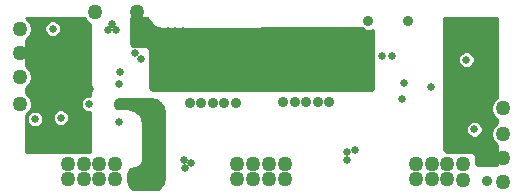
<source format=gbr>
G04 #@! TF.GenerationSoftware,KiCad,Pcbnew,(5.0.0)*
G04 #@! TF.CreationDate,2021-01-14T10:17:43-08:00*
G04 #@! TF.ProjectId,Buffer - Rev D,427566666572202D2052657620442E6B,rev?*
G04 #@! TF.SameCoordinates,Original*
G04 #@! TF.FileFunction,Copper,L2,Inr,Signal*
G04 #@! TF.FilePolarity,Positive*
%FSLAX46Y46*%
G04 Gerber Fmt 4.6, Leading zero omitted, Abs format (unit mm)*
G04 Created by KiCad (PCBNEW (5.0.0)) date 01/14/21 10:17:43*
%MOMM*%
%LPD*%
G01*
G04 APERTURE LIST*
G04 #@! TA.AperFunction,ViaPad*
%ADD10C,1.270000*%
G04 #@! TD*
G04 #@! TA.AperFunction,ViaPad*
%ADD11C,0.635000*%
G04 #@! TD*
G04 #@! TA.AperFunction,ViaPad*
%ADD12C,0.889000*%
G04 #@! TD*
G04 #@! TA.AperFunction,Conductor*
%ADD13C,0.508000*%
G04 #@! TD*
G04 #@! TA.AperFunction,Conductor*
%ADD14C,0.254000*%
G04 #@! TD*
G04 APERTURE END LIST*
D10*
G04 #@! TO.N,/Vc2Neg*
G04 #@! TO.C,TP2*
X21096200Y12300000D03*
G04 #@! TD*
G04 #@! TO.N,/Vc2Neg*
G04 #@! TO.C,TP2*
X19750000Y12300000D03*
G04 #@! TD*
G04 #@! TO.N,/Vc2Neg*
G04 #@! TO.C,TP1*
X9906000Y15494000D03*
G04 #@! TD*
G04 #@! TO.N,/Vc2Neg*
G04 #@! TO.C,TP2*
X18415000Y12334900D03*
G04 #@! TD*
G04 #@! TO.N,/Vc2Neg*
G04 #@! TO.C,TP2*
X18415000Y13604900D03*
G04 #@! TD*
G04 #@! TO.N,/Vc2Neg*
G04 #@! TO.C,TP2*
X22415500Y12334900D03*
G04 #@! TD*
G04 #@! TO.N,/Vc2Neg*
G04 #@! TO.C,TP2*
X21082000Y13604900D03*
G04 #@! TD*
G04 #@! TO.N,/Vc2Neg*
G04 #@! TO.C,TP2*
X22415500Y13604900D03*
G04 #@! TD*
G04 #@! TO.N,/Vc2Neg*
G04 #@! TO.C,TP2*
X19748500Y13604900D03*
G04 #@! TD*
G04 #@! TO.N,/Vc2Pos*
G04 #@! TO.C,TP2*
X21082000Y1397000D03*
G04 #@! TD*
G04 #@! TO.N,/Vc2Pos*
G04 #@! TO.C,TP2*
X22415500Y1397000D03*
G04 #@! TD*
G04 #@! TO.N,/LfNeg*
G04 #@! TO.C,TP2*
X8064500Y1397000D03*
G04 #@! TD*
G04 #@! TO.N,/CfNeg*
G04 #@! TO.C,TP2*
X37528500Y1320800D03*
G04 #@! TD*
G04 #@! TO.N,/CfNeg*
G04 #@! TO.C,TP2*
X36195000Y1397000D03*
G04 #@! TD*
G04 #@! TO.N,/CfNeg*
G04 #@! TO.C,TP2*
X33528000Y2667000D03*
G04 #@! TD*
G04 #@! TO.N,/CfNeg*
G04 #@! TO.C,TP2*
X33528000Y1397000D03*
G04 #@! TD*
G04 #@! TO.N,/CfNeg*
G04 #@! TO.C,TP2*
X36195000Y2667000D03*
G04 #@! TD*
G04 #@! TO.N,/CfNeg*
G04 #@! TO.C,TP2*
X34861500Y2667000D03*
G04 #@! TD*
G04 #@! TO.N,/CfNeg*
G04 #@! TO.C,TP2*
X34861500Y1397000D03*
G04 #@! TD*
G04 #@! TO.N,/CfNeg*
G04 #@! TO.C,TP2*
X37528500Y2667000D03*
G04 #@! TD*
G04 #@! TO.N,/PWM2*
G04 #@! TO.C,TP11*
X40894000Y7366000D03*
G04 #@! TD*
G04 #@! TO.N,/Vc2Pos*
G04 #@! TO.C,TP2*
X19748500Y1397000D03*
G04 #@! TD*
G04 #@! TO.N,/Vc2Pos*
G04 #@! TO.C,TP2*
X18415000Y1397000D03*
G04 #@! TD*
G04 #@! TO.N,/Vc2Pos*
G04 #@! TO.C,TP2*
X22415500Y2667000D03*
G04 #@! TD*
G04 #@! TO.N,/Vc2Pos*
G04 #@! TO.C,TP2*
X21082000Y2667000D03*
G04 #@! TD*
G04 #@! TO.N,/Vc2Pos*
G04 #@! TO.C,TP2*
X19748500Y2667000D03*
G04 #@! TD*
G04 #@! TO.N,/Vc2Pos*
G04 #@! TO.C,TP2*
X18415000Y2667000D03*
G04 #@! TD*
G04 #@! TO.N,/LfNeg*
G04 #@! TO.C,TP2*
X6731000Y2667000D03*
G04 #@! TD*
G04 #@! TO.N,/LfNeg*
G04 #@! TO.C,TP2*
X5397500Y2667000D03*
G04 #@! TD*
G04 #@! TO.N,/LfNeg*
G04 #@! TO.C,TP2*
X8064500Y2667000D03*
G04 #@! TD*
G04 #@! TO.N,/LfNeg*
G04 #@! TO.C,TP2*
X6731000Y1397000D03*
G04 #@! TD*
G04 #@! TO.N,/LfNeg*
G04 #@! TO.C,TP2*
X5397500Y1397000D03*
G04 #@! TD*
G04 #@! TO.N,/LfNeg*
G04 #@! TO.C,TP2*
X4064000Y2667000D03*
G04 #@! TD*
G04 #@! TO.N,/LfNeg*
G04 #@! TO.C,TP2*
X4064000Y1397000D03*
G04 #@! TD*
G04 #@! TO.N,/5.5V_Iso*
G04 #@! TO.C,TP15*
X6350000Y15494000D03*
G04 #@! TD*
G04 #@! TO.N,/5V*
G04 #@! TO.C,TP17*
X0Y14097000D03*
G04 #@! TD*
G04 #@! TO.N,/GNDI*
G04 #@! TO.C,TP5*
X40894000Y3175000D03*
G04 #@! TD*
G04 #@! TO.N,/EnableL2*
G04 #@! TO.C,TP9*
X40894000Y5207000D03*
G04 #@! TD*
G04 #@! TO.N,/EnableL1*
G04 #@! TO.C,TP6*
X0Y7731000D03*
G04 #@! TD*
G04 #@! TO.N,/5V*
G04 #@! TO.C,TP4*
X40894000Y1143000D03*
G04 #@! TD*
G04 #@! TO.N,/GNDI*
G04 #@! TO.C,TP3*
X0Y12065000D03*
G04 #@! TD*
G04 #@! TO.N,/PWMA1*
G04 #@! TO.C,TP2*
X0Y10033000D03*
G04 #@! TD*
D11*
G04 #@! TO.N,/GNDI*
X38912800Y11531600D03*
X3276600Y8500000D03*
X2600000Y8813800D03*
X38921000Y9956800D03*
D12*
X38328600Y4216400D03*
D11*
X1651000Y12192000D03*
X2794000Y11684000D03*
X2032000Y11684000D03*
X2413000Y12192000D03*
X5948920Y9017000D03*
G04 #@! TO.N,/VDDB1*
X9880600Y1752600D03*
X9855200Y787400D03*
X8483600Y7874000D03*
D12*
G04 #@! TO.N,/CfNeg*
X23266400Y7874000D03*
X26162000Y7874000D03*
X25196800Y7874000D03*
X24231600Y7874000D03*
X22301200Y7874000D03*
D11*
X28384500Y3873500D03*
X27724100Y3708400D03*
X32385000Y8128000D03*
X27673300Y3009900D03*
D12*
G04 #@! TO.N,/5V*
X39547800Y1193800D03*
D11*
X2768600Y14122400D03*
X3454400Y6578600D03*
X37795200Y11506200D03*
D12*
G04 #@! TO.N,/5.5V_Iso*
X32816800Y14744700D03*
D11*
X8432800Y10464800D03*
X8138160Y13975080D03*
X7818120Y14523720D03*
X7487920Y13975080D03*
D12*
X29500000Y14750000D03*
D11*
X32512000Y9525000D03*
D12*
G04 #@! TO.N,/LfNeg*
X16319500Y7823200D03*
X14389100Y7823200D03*
X18249900Y7823200D03*
X17284700Y7823200D03*
X15354300Y7823200D03*
D11*
X13855700Y2984500D03*
X14478000Y2768600D03*
X13944600Y2311400D03*
X8407402Y6197600D03*
G04 #@! TO.N,/Vc2Neg*
X12499915Y13906500D03*
X13157200Y13919200D03*
X13817600Y13919200D03*
X30693185Y11791941D03*
X31496000Y11791941D03*
X27114500Y13208000D03*
X27432000Y12573000D03*
X26479500Y12954000D03*
X8382000Y9398000D03*
X13614400Y9258300D03*
X12954000Y9283700D03*
X11849100Y13919200D03*
X11201400Y13919200D03*
X9740900Y12077700D03*
X10261600Y11582400D03*
G04 #@! TO.N,/Enable1*
X1270000Y6477000D03*
X5841997Y7747003D03*
G04 #@! TO.N,/Enable2*
X38481000Y5588000D03*
X34798000Y9144000D03*
G04 #@! TD*
D13*
G04 #@! TO.N,/VDDB1*
X9855200Y1727200D02*
X9880600Y1752600D01*
G04 #@! TD*
D14*
G04 #@! TO.N,/GNDI*
G36*
X5488676Y14918482D02*
X5774482Y14632676D01*
X5969000Y14552104D01*
X5969000Y8445503D01*
X5703057Y8445503D01*
X5446329Y8339162D01*
X5249838Y8142671D01*
X5143497Y7885943D01*
X5143497Y7608063D01*
X5249838Y7351335D01*
X5446329Y7154844D01*
X5703057Y7048503D01*
X5969000Y7048503D01*
X5969000Y3683000D01*
X481000Y3683000D01*
X481000Y6615940D01*
X571500Y6615940D01*
X571500Y6338060D01*
X677841Y6081332D01*
X874332Y5884841D01*
X1131060Y5778500D01*
X1408940Y5778500D01*
X1665668Y5884841D01*
X1862159Y6081332D01*
X1968500Y6338060D01*
X1968500Y6615940D01*
X1926416Y6717540D01*
X2755900Y6717540D01*
X2755900Y6439660D01*
X2862241Y6182932D01*
X3058732Y5986441D01*
X3315460Y5880100D01*
X3593340Y5880100D01*
X3850068Y5986441D01*
X4046559Y6182932D01*
X4152900Y6439660D01*
X4152900Y6717540D01*
X4046559Y6974268D01*
X3850068Y7170759D01*
X3593340Y7277100D01*
X3315460Y7277100D01*
X3058732Y7170759D01*
X2862241Y6974268D01*
X2755900Y6717540D01*
X1926416Y6717540D01*
X1862159Y6872668D01*
X1665668Y7069159D01*
X1408940Y7175500D01*
X1131060Y7175500D01*
X874332Y7069159D01*
X677841Y6872668D01*
X571500Y6615940D01*
X481000Y6615940D01*
X481000Y6830526D01*
X575518Y6869676D01*
X861324Y7155482D01*
X1016000Y7528905D01*
X1016000Y7933095D01*
X861324Y8306518D01*
X575518Y8592324D01*
X481000Y8631474D01*
X481000Y9132526D01*
X575518Y9171676D01*
X861324Y9457482D01*
X1016000Y9830905D01*
X1016000Y10235095D01*
X861324Y10608518D01*
X575518Y10894324D01*
X481000Y10933474D01*
X481000Y13196526D01*
X575518Y13235676D01*
X861324Y13521482D01*
X1016000Y13894905D01*
X1016000Y14261340D01*
X2070100Y14261340D01*
X2070100Y13983460D01*
X2176441Y13726732D01*
X2372932Y13530241D01*
X2629660Y13423900D01*
X2907540Y13423900D01*
X3164268Y13530241D01*
X3360759Y13726732D01*
X3467100Y13983460D01*
X3467100Y14261340D01*
X3360759Y14518068D01*
X3164268Y14714559D01*
X2907540Y14820900D01*
X2629660Y14820900D01*
X2372932Y14714559D01*
X2176441Y14518068D01*
X2070100Y14261340D01*
X1016000Y14261340D01*
X1016000Y14299095D01*
X861324Y14672518D01*
X575518Y14958324D01*
X481000Y14997474D01*
X481000Y15013000D01*
X5449526Y15013000D01*
X5488676Y14918482D01*
X5488676Y14918482D01*
G37*
X5488676Y14918482D02*
X5774482Y14632676D01*
X5969000Y14552104D01*
X5969000Y8445503D01*
X5703057Y8445503D01*
X5446329Y8339162D01*
X5249838Y8142671D01*
X5143497Y7885943D01*
X5143497Y7608063D01*
X5249838Y7351335D01*
X5446329Y7154844D01*
X5703057Y7048503D01*
X5969000Y7048503D01*
X5969000Y3683000D01*
X481000Y3683000D01*
X481000Y6615940D01*
X571500Y6615940D01*
X571500Y6338060D01*
X677841Y6081332D01*
X874332Y5884841D01*
X1131060Y5778500D01*
X1408940Y5778500D01*
X1665668Y5884841D01*
X1862159Y6081332D01*
X1968500Y6338060D01*
X1968500Y6615940D01*
X1926416Y6717540D01*
X2755900Y6717540D01*
X2755900Y6439660D01*
X2862241Y6182932D01*
X3058732Y5986441D01*
X3315460Y5880100D01*
X3593340Y5880100D01*
X3850068Y5986441D01*
X4046559Y6182932D01*
X4152900Y6439660D01*
X4152900Y6717540D01*
X4046559Y6974268D01*
X3850068Y7170759D01*
X3593340Y7277100D01*
X3315460Y7277100D01*
X3058732Y7170759D01*
X2862241Y6974268D01*
X2755900Y6717540D01*
X1926416Y6717540D01*
X1862159Y6872668D01*
X1665668Y7069159D01*
X1408940Y7175500D01*
X1131060Y7175500D01*
X874332Y7069159D01*
X677841Y6872668D01*
X571500Y6615940D01*
X481000Y6615940D01*
X481000Y6830526D01*
X575518Y6869676D01*
X861324Y7155482D01*
X1016000Y7528905D01*
X1016000Y7933095D01*
X861324Y8306518D01*
X575518Y8592324D01*
X481000Y8631474D01*
X481000Y9132526D01*
X575518Y9171676D01*
X861324Y9457482D01*
X1016000Y9830905D01*
X1016000Y10235095D01*
X861324Y10608518D01*
X575518Y10894324D01*
X481000Y10933474D01*
X481000Y13196526D01*
X575518Y13235676D01*
X861324Y13521482D01*
X1016000Y13894905D01*
X1016000Y14261340D01*
X2070100Y14261340D01*
X2070100Y13983460D01*
X2176441Y13726732D01*
X2372932Y13530241D01*
X2629660Y13423900D01*
X2907540Y13423900D01*
X3164268Y13530241D01*
X3360759Y13726732D01*
X3467100Y13983460D01*
X3467100Y14261340D01*
X3360759Y14518068D01*
X3164268Y14714559D01*
X2907540Y14820900D01*
X2629660Y14820900D01*
X2372932Y14714559D01*
X2176441Y14518068D01*
X2070100Y14261340D01*
X1016000Y14261340D01*
X1016000Y14299095D01*
X861324Y14672518D01*
X575518Y14958324D01*
X481000Y14997474D01*
X481000Y15013000D01*
X5449526Y15013000D01*
X5488676Y14918482D01*
G36*
X40413001Y8266475D02*
X40318482Y8227324D01*
X40032676Y7941518D01*
X39878000Y7568095D01*
X39878000Y7163905D01*
X40032676Y6790482D01*
X40318482Y6504676D01*
X40413000Y6465525D01*
X40413000Y6107475D01*
X40318482Y6068324D01*
X40032676Y5782518D01*
X39878000Y5409095D01*
X39878000Y5004905D01*
X40032676Y4631482D01*
X40318482Y4345676D01*
X40413000Y4306525D01*
X40413000Y2540000D01*
X38823763Y2540000D01*
X38671196Y2603196D01*
X38608000Y2755763D01*
X38608000Y3238500D01*
X38598333Y3287101D01*
X38505339Y3511607D01*
X38477808Y3552809D01*
X38436607Y3580339D01*
X38212101Y3673333D01*
X38163500Y3683000D01*
X36154982Y3683000D01*
X36002789Y3745802D01*
X35939174Y3897655D01*
X35929392Y5726940D01*
X37782500Y5726940D01*
X37782500Y5449060D01*
X37888841Y5192332D01*
X38085332Y4995841D01*
X38342060Y4889500D01*
X38619940Y4889500D01*
X38876668Y4995841D01*
X39073159Y5192332D01*
X39179500Y5449060D01*
X39179500Y5726940D01*
X39073159Y5983668D01*
X38876668Y6180159D01*
X38619940Y6286500D01*
X38342060Y6286500D01*
X38085332Y6180159D01*
X37888841Y5983668D01*
X37782500Y5726940D01*
X35929392Y5726940D01*
X35897744Y11645140D01*
X37096700Y11645140D01*
X37096700Y11367260D01*
X37203041Y11110532D01*
X37399532Y10914041D01*
X37656260Y10807700D01*
X37934140Y10807700D01*
X38190868Y10914041D01*
X38387359Y11110532D01*
X38493700Y11367260D01*
X38493700Y11645140D01*
X38387359Y11901868D01*
X38190868Y12098359D01*
X37934140Y12204700D01*
X37656260Y12204700D01*
X37399532Y12098359D01*
X37203041Y11901868D01*
X37096700Y11645140D01*
X35897744Y11645140D01*
X35879733Y15013000D01*
X40413001Y15013000D01*
X40413001Y8266475D01*
X40413001Y8266475D01*
G37*
X40413001Y8266475D02*
X40318482Y8227324D01*
X40032676Y7941518D01*
X39878000Y7568095D01*
X39878000Y7163905D01*
X40032676Y6790482D01*
X40318482Y6504676D01*
X40413000Y6465525D01*
X40413000Y6107475D01*
X40318482Y6068324D01*
X40032676Y5782518D01*
X39878000Y5409095D01*
X39878000Y5004905D01*
X40032676Y4631482D01*
X40318482Y4345676D01*
X40413000Y4306525D01*
X40413000Y2540000D01*
X38823763Y2540000D01*
X38671196Y2603196D01*
X38608000Y2755763D01*
X38608000Y3238500D01*
X38598333Y3287101D01*
X38505339Y3511607D01*
X38477808Y3552809D01*
X38436607Y3580339D01*
X38212101Y3673333D01*
X38163500Y3683000D01*
X36154982Y3683000D01*
X36002789Y3745802D01*
X35939174Y3897655D01*
X35929392Y5726940D01*
X37782500Y5726940D01*
X37782500Y5449060D01*
X37888841Y5192332D01*
X38085332Y4995841D01*
X38342060Y4889500D01*
X38619940Y4889500D01*
X38876668Y4995841D01*
X39073159Y5192332D01*
X39179500Y5449060D01*
X39179500Y5726940D01*
X39073159Y5983668D01*
X38876668Y6180159D01*
X38619940Y6286500D01*
X38342060Y6286500D01*
X38085332Y6180159D01*
X37888841Y5983668D01*
X37782500Y5726940D01*
X35929392Y5726940D01*
X35897744Y11645140D01*
X37096700Y11645140D01*
X37096700Y11367260D01*
X37203041Y11110532D01*
X37399532Y10914041D01*
X37656260Y10807700D01*
X37934140Y10807700D01*
X38190868Y10914041D01*
X38387359Y11110532D01*
X38493700Y11367260D01*
X38493700Y11645140D01*
X38387359Y11901868D01*
X38190868Y12098359D01*
X37934140Y12204700D01*
X37656260Y12204700D01*
X37399532Y12098359D01*
X37203041Y11901868D01*
X37096700Y11645140D01*
X35897744Y11645140D01*
X35879733Y15013000D01*
X40413001Y15013000D01*
X40413001Y8266475D01*
G04 #@! TO.N,/VDDB1*
G36*
X11544101Y8045926D02*
X11883288Y7819288D01*
X12109926Y7480101D01*
X12192000Y7067490D01*
X12192000Y1441510D01*
X12109926Y1028899D01*
X11883288Y689712D01*
X11684970Y557200D01*
X9581196Y557200D01*
X9424740Y661740D01*
X9218804Y969946D01*
X9156700Y1282162D01*
X9156700Y1614252D01*
X9144000Y1644912D01*
X9144000Y1761279D01*
X9215939Y2029759D01*
X9400241Y2214061D01*
X10002370Y2375401D01*
X10059303Y2408271D01*
X10291729Y2640697D01*
X10324599Y2697630D01*
X10409673Y3015130D01*
X10414000Y3048000D01*
X10414000Y6064000D01*
X10411560Y6088777D01*
X10322118Y6538430D01*
X10303155Y6584210D01*
X10048447Y6965407D01*
X10013407Y7000447D01*
X9632210Y7255155D01*
X9586430Y7274118D01*
X9136777Y7363560D01*
X9112000Y7366000D01*
X8398721Y7366000D01*
X8193741Y7420924D01*
X8055924Y7558741D01*
X8005480Y7747000D01*
X8055924Y7935259D01*
X8193741Y8073076D01*
X8398721Y8128000D01*
X11131490Y8128000D01*
X11544101Y8045926D01*
X11544101Y8045926D01*
G37*
X11544101Y8045926D02*
X11883288Y7819288D01*
X12109926Y7480101D01*
X12192000Y7067490D01*
X12192000Y1441510D01*
X12109926Y1028899D01*
X11883288Y689712D01*
X11684970Y557200D01*
X9581196Y557200D01*
X9424740Y661740D01*
X9218804Y969946D01*
X9156700Y1282162D01*
X9156700Y1614252D01*
X9144000Y1644912D01*
X9144000Y1761279D01*
X9215939Y2029759D01*
X9400241Y2214061D01*
X10002370Y2375401D01*
X10059303Y2408271D01*
X10291729Y2640697D01*
X10324599Y2697630D01*
X10409673Y3015130D01*
X10414000Y3048000D01*
X10414000Y6064000D01*
X10411560Y6088777D01*
X10322118Y6538430D01*
X10303155Y6584210D01*
X10048447Y6965407D01*
X10013407Y7000447D01*
X9632210Y7255155D01*
X9586430Y7274118D01*
X9136777Y7363560D01*
X9112000Y7366000D01*
X8398721Y7366000D01*
X8193741Y7420924D01*
X8055924Y7558741D01*
X8005480Y7747000D01*
X8055924Y7935259D01*
X8193741Y8073076D01*
X8398721Y8128000D01*
X11131490Y8128000D01*
X11544101Y8045926D01*
G04 #@! TO.N,/Vc2Neg*
G36*
X11384947Y14290581D02*
X11428579Y14257277D01*
X11671688Y14144565D01*
X11725299Y14132784D01*
X28923749Y14158817D01*
X29032392Y14050174D01*
X29335798Y13924500D01*
X29664202Y13924500D01*
X29879674Y14013751D01*
X29908500Y13944233D01*
X29908500Y9105763D01*
X29845304Y8953196D01*
X29692737Y8890000D01*
X24638510Y8890000D01*
X24637941Y8890001D01*
X11250089Y8914769D01*
X11098104Y8977758D01*
X11034672Y9129556D01*
X11020029Y12194124D01*
X11010188Y12242538D01*
X10916661Y12466063D01*
X10888983Y12507166D01*
X10847964Y12534433D01*
X10623994Y12626891D01*
X10575533Y12636500D01*
X9601360Y12636500D01*
X9448731Y12699761D01*
X9385606Y12852447D01*
X9387530Y15013000D01*
X10775198Y15013000D01*
X11384947Y14290581D01*
X11384947Y14290581D01*
G37*
X11384947Y14290581D02*
X11428579Y14257277D01*
X11671688Y14144565D01*
X11725299Y14132784D01*
X28923749Y14158817D01*
X29032392Y14050174D01*
X29335798Y13924500D01*
X29664202Y13924500D01*
X29879674Y14013751D01*
X29908500Y13944233D01*
X29908500Y9105763D01*
X29845304Y8953196D01*
X29692737Y8890000D01*
X24638510Y8890000D01*
X24637941Y8890001D01*
X11250089Y8914769D01*
X11098104Y8977758D01*
X11034672Y9129556D01*
X11020029Y12194124D01*
X11010188Y12242538D01*
X10916661Y12466063D01*
X10888983Y12507166D01*
X10847964Y12534433D01*
X10623994Y12626891D01*
X10575533Y12636500D01*
X9601360Y12636500D01*
X9448731Y12699761D01*
X9385606Y12852447D01*
X9387530Y15013000D01*
X10775198Y15013000D01*
X11384947Y14290581D01*
G04 #@! TD*
M02*

</source>
